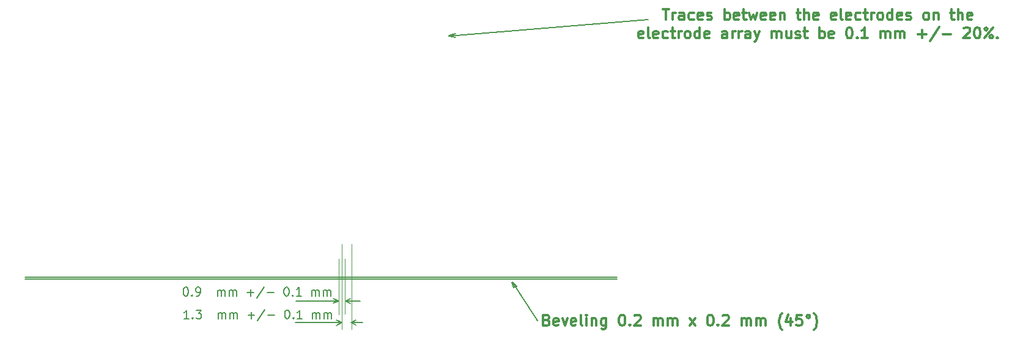
<source format=gbr>
G04 #@! TF.GenerationSoftware,KiCad,Pcbnew,5.1.5+dfsg1-2build2*
G04 #@! TF.CreationDate,2021-10-18T18:16:56+02:00*
G04 #@! TF.ProjectId,DIMMCartridgeV4,44494d4d-4361-4727-9472-696467655634,rev?*
G04 #@! TF.SameCoordinates,Original*
G04 #@! TF.FileFunction,OtherDrawing,Comment*
%FSLAX46Y46*%
G04 Gerber Fmt 4.6, Leading zero omitted, Abs format (unit mm)*
G04 Created by KiCad (PCBNEW 5.1.5+dfsg1-2build2) date 2021-10-18 18:16:56*
%MOMM*%
%LPD*%
G04 APERTURE LIST*
%ADD10C,0.150000*%
%ADD11C,0.300000*%
%ADD12C,0.200000*%
%ADD13C,0.100000*%
G04 APERTURE END LIST*
D10*
X117730000Y-99395000D02*
X118640000Y-99585000D01*
X117720000Y-99385000D02*
X118590000Y-99065000D01*
X117720000Y-99405000D02*
X145260000Y-97135000D01*
D11*
X147329999Y-95678571D02*
X148187142Y-95678571D01*
X147758571Y-97178571D02*
X147758571Y-95678571D01*
X148687142Y-97178571D02*
X148687142Y-96178571D01*
X148687142Y-96464285D02*
X148758571Y-96321428D01*
X148829999Y-96250000D01*
X148972857Y-96178571D01*
X149115714Y-96178571D01*
X150258571Y-97178571D02*
X150258571Y-96392857D01*
X150187142Y-96250000D01*
X150044285Y-96178571D01*
X149758571Y-96178571D01*
X149615714Y-96250000D01*
X150258571Y-97107142D02*
X150115714Y-97178571D01*
X149758571Y-97178571D01*
X149615714Y-97107142D01*
X149544285Y-96964285D01*
X149544285Y-96821428D01*
X149615714Y-96678571D01*
X149758571Y-96607142D01*
X150115714Y-96607142D01*
X150258571Y-96535714D01*
X151615714Y-97107142D02*
X151472857Y-97178571D01*
X151187142Y-97178571D01*
X151044285Y-97107142D01*
X150972857Y-97035714D01*
X150901428Y-96892857D01*
X150901428Y-96464285D01*
X150972857Y-96321428D01*
X151044285Y-96250000D01*
X151187142Y-96178571D01*
X151472857Y-96178571D01*
X151615714Y-96250000D01*
X152829999Y-97107142D02*
X152687142Y-97178571D01*
X152401428Y-97178571D01*
X152258571Y-97107142D01*
X152187142Y-96964285D01*
X152187142Y-96392857D01*
X152258571Y-96250000D01*
X152401428Y-96178571D01*
X152687142Y-96178571D01*
X152829999Y-96250000D01*
X152901428Y-96392857D01*
X152901428Y-96535714D01*
X152187142Y-96678571D01*
X153472857Y-97107142D02*
X153615714Y-97178571D01*
X153901428Y-97178571D01*
X154044285Y-97107142D01*
X154115714Y-96964285D01*
X154115714Y-96892857D01*
X154044285Y-96750000D01*
X153901428Y-96678571D01*
X153687142Y-96678571D01*
X153544285Y-96607142D01*
X153472857Y-96464285D01*
X153472857Y-96392857D01*
X153544285Y-96250000D01*
X153687142Y-96178571D01*
X153901428Y-96178571D01*
X154044285Y-96250000D01*
X155901428Y-97178571D02*
X155901428Y-95678571D01*
X155901428Y-96250000D02*
X156044285Y-96178571D01*
X156329999Y-96178571D01*
X156472857Y-96250000D01*
X156544285Y-96321428D01*
X156615714Y-96464285D01*
X156615714Y-96892857D01*
X156544285Y-97035714D01*
X156472857Y-97107142D01*
X156329999Y-97178571D01*
X156044285Y-97178571D01*
X155901428Y-97107142D01*
X157829999Y-97107142D02*
X157687142Y-97178571D01*
X157401428Y-97178571D01*
X157258571Y-97107142D01*
X157187142Y-96964285D01*
X157187142Y-96392857D01*
X157258571Y-96250000D01*
X157401428Y-96178571D01*
X157687142Y-96178571D01*
X157829999Y-96250000D01*
X157901428Y-96392857D01*
X157901428Y-96535714D01*
X157187142Y-96678571D01*
X158329999Y-96178571D02*
X158901428Y-96178571D01*
X158544285Y-95678571D02*
X158544285Y-96964285D01*
X158615714Y-97107142D01*
X158758571Y-97178571D01*
X158901428Y-97178571D01*
X159258571Y-96178571D02*
X159544285Y-97178571D01*
X159829999Y-96464285D01*
X160115714Y-97178571D01*
X160401428Y-96178571D01*
X161544285Y-97107142D02*
X161401428Y-97178571D01*
X161115714Y-97178571D01*
X160972857Y-97107142D01*
X160901428Y-96964285D01*
X160901428Y-96392857D01*
X160972857Y-96250000D01*
X161115714Y-96178571D01*
X161401428Y-96178571D01*
X161544285Y-96250000D01*
X161615714Y-96392857D01*
X161615714Y-96535714D01*
X160901428Y-96678571D01*
X162829999Y-97107142D02*
X162687142Y-97178571D01*
X162401428Y-97178571D01*
X162258571Y-97107142D01*
X162187142Y-96964285D01*
X162187142Y-96392857D01*
X162258571Y-96250000D01*
X162401428Y-96178571D01*
X162687142Y-96178571D01*
X162829999Y-96250000D01*
X162901428Y-96392857D01*
X162901428Y-96535714D01*
X162187142Y-96678571D01*
X163544285Y-96178571D02*
X163544285Y-97178571D01*
X163544285Y-96321428D02*
X163615714Y-96250000D01*
X163758571Y-96178571D01*
X163972857Y-96178571D01*
X164115714Y-96250000D01*
X164187142Y-96392857D01*
X164187142Y-97178571D01*
X165829999Y-96178571D02*
X166401428Y-96178571D01*
X166044285Y-95678571D02*
X166044285Y-96964285D01*
X166115714Y-97107142D01*
X166258571Y-97178571D01*
X166401428Y-97178571D01*
X166901428Y-97178571D02*
X166901428Y-95678571D01*
X167544285Y-97178571D02*
X167544285Y-96392857D01*
X167472857Y-96250000D01*
X167329999Y-96178571D01*
X167115714Y-96178571D01*
X166972857Y-96250000D01*
X166901428Y-96321428D01*
X168829999Y-97107142D02*
X168687142Y-97178571D01*
X168401428Y-97178571D01*
X168258571Y-97107142D01*
X168187142Y-96964285D01*
X168187142Y-96392857D01*
X168258571Y-96250000D01*
X168401428Y-96178571D01*
X168687142Y-96178571D01*
X168829999Y-96250000D01*
X168901428Y-96392857D01*
X168901428Y-96535714D01*
X168187142Y-96678571D01*
X171258571Y-97107142D02*
X171115714Y-97178571D01*
X170829999Y-97178571D01*
X170687142Y-97107142D01*
X170615714Y-96964285D01*
X170615714Y-96392857D01*
X170687142Y-96250000D01*
X170829999Y-96178571D01*
X171115714Y-96178571D01*
X171258571Y-96250000D01*
X171329999Y-96392857D01*
X171329999Y-96535714D01*
X170615714Y-96678571D01*
X172187142Y-97178571D02*
X172044285Y-97107142D01*
X171972857Y-96964285D01*
X171972857Y-95678571D01*
X173329999Y-97107142D02*
X173187142Y-97178571D01*
X172901428Y-97178571D01*
X172758571Y-97107142D01*
X172687142Y-96964285D01*
X172687142Y-96392857D01*
X172758571Y-96250000D01*
X172901428Y-96178571D01*
X173187142Y-96178571D01*
X173329999Y-96250000D01*
X173401428Y-96392857D01*
X173401428Y-96535714D01*
X172687142Y-96678571D01*
X174687142Y-97107142D02*
X174544285Y-97178571D01*
X174258571Y-97178571D01*
X174115714Y-97107142D01*
X174044285Y-97035714D01*
X173972857Y-96892857D01*
X173972857Y-96464285D01*
X174044285Y-96321428D01*
X174115714Y-96250000D01*
X174258571Y-96178571D01*
X174544285Y-96178571D01*
X174687142Y-96250000D01*
X175115714Y-96178571D02*
X175687142Y-96178571D01*
X175330000Y-95678571D02*
X175330000Y-96964285D01*
X175401428Y-97107142D01*
X175544285Y-97178571D01*
X175687142Y-97178571D01*
X176187142Y-97178571D02*
X176187142Y-96178571D01*
X176187142Y-96464285D02*
X176258571Y-96321428D01*
X176330000Y-96250000D01*
X176472857Y-96178571D01*
X176615714Y-96178571D01*
X177330000Y-97178571D02*
X177187142Y-97107142D01*
X177115714Y-97035714D01*
X177044285Y-96892857D01*
X177044285Y-96464285D01*
X177115714Y-96321428D01*
X177187142Y-96250000D01*
X177330000Y-96178571D01*
X177544285Y-96178571D01*
X177687142Y-96250000D01*
X177758571Y-96321428D01*
X177830000Y-96464285D01*
X177830000Y-96892857D01*
X177758571Y-97035714D01*
X177687142Y-97107142D01*
X177544285Y-97178571D01*
X177330000Y-97178571D01*
X179115714Y-97178571D02*
X179115714Y-95678571D01*
X179115714Y-97107142D02*
X178972857Y-97178571D01*
X178687142Y-97178571D01*
X178544285Y-97107142D01*
X178472857Y-97035714D01*
X178401428Y-96892857D01*
X178401428Y-96464285D01*
X178472857Y-96321428D01*
X178544285Y-96250000D01*
X178687142Y-96178571D01*
X178972857Y-96178571D01*
X179115714Y-96250000D01*
X180401428Y-97107142D02*
X180258571Y-97178571D01*
X179972857Y-97178571D01*
X179830000Y-97107142D01*
X179758571Y-96964285D01*
X179758571Y-96392857D01*
X179830000Y-96250000D01*
X179972857Y-96178571D01*
X180258571Y-96178571D01*
X180401428Y-96250000D01*
X180472857Y-96392857D01*
X180472857Y-96535714D01*
X179758571Y-96678571D01*
X181044285Y-97107142D02*
X181187142Y-97178571D01*
X181472857Y-97178571D01*
X181615714Y-97107142D01*
X181687142Y-96964285D01*
X181687142Y-96892857D01*
X181615714Y-96750000D01*
X181472857Y-96678571D01*
X181258571Y-96678571D01*
X181115714Y-96607142D01*
X181044285Y-96464285D01*
X181044285Y-96392857D01*
X181115714Y-96250000D01*
X181258571Y-96178571D01*
X181472857Y-96178571D01*
X181615714Y-96250000D01*
X183687142Y-97178571D02*
X183544285Y-97107142D01*
X183472857Y-97035714D01*
X183401428Y-96892857D01*
X183401428Y-96464285D01*
X183472857Y-96321428D01*
X183544285Y-96250000D01*
X183687142Y-96178571D01*
X183901428Y-96178571D01*
X184044285Y-96250000D01*
X184115714Y-96321428D01*
X184187142Y-96464285D01*
X184187142Y-96892857D01*
X184115714Y-97035714D01*
X184044285Y-97107142D01*
X183901428Y-97178571D01*
X183687142Y-97178571D01*
X184830000Y-96178571D02*
X184830000Y-97178571D01*
X184830000Y-96321428D02*
X184901428Y-96250000D01*
X185044285Y-96178571D01*
X185258571Y-96178571D01*
X185401428Y-96250000D01*
X185472857Y-96392857D01*
X185472857Y-97178571D01*
X187115714Y-96178571D02*
X187687142Y-96178571D01*
X187330000Y-95678571D02*
X187330000Y-96964285D01*
X187401428Y-97107142D01*
X187544285Y-97178571D01*
X187687142Y-97178571D01*
X188187142Y-97178571D02*
X188187142Y-95678571D01*
X188830000Y-97178571D02*
X188830000Y-96392857D01*
X188758571Y-96250000D01*
X188615714Y-96178571D01*
X188401428Y-96178571D01*
X188258571Y-96250000D01*
X188187142Y-96321428D01*
X190115714Y-97107142D02*
X189972857Y-97178571D01*
X189687142Y-97178571D01*
X189544285Y-97107142D01*
X189472857Y-96964285D01*
X189472857Y-96392857D01*
X189544285Y-96250000D01*
X189687142Y-96178571D01*
X189972857Y-96178571D01*
X190115714Y-96250000D01*
X190187142Y-96392857D01*
X190187142Y-96535714D01*
X189472857Y-96678571D01*
X144580000Y-99657142D02*
X144437142Y-99728571D01*
X144151428Y-99728571D01*
X144008571Y-99657142D01*
X143937142Y-99514285D01*
X143937142Y-98942857D01*
X144008571Y-98800000D01*
X144151428Y-98728571D01*
X144437142Y-98728571D01*
X144580000Y-98800000D01*
X144651428Y-98942857D01*
X144651428Y-99085714D01*
X143937142Y-99228571D01*
X145508571Y-99728571D02*
X145365714Y-99657142D01*
X145294285Y-99514285D01*
X145294285Y-98228571D01*
X146651428Y-99657142D02*
X146508571Y-99728571D01*
X146222857Y-99728571D01*
X146080000Y-99657142D01*
X146008571Y-99514285D01*
X146008571Y-98942857D01*
X146080000Y-98800000D01*
X146222857Y-98728571D01*
X146508571Y-98728571D01*
X146651428Y-98800000D01*
X146722857Y-98942857D01*
X146722857Y-99085714D01*
X146008571Y-99228571D01*
X148008571Y-99657142D02*
X147865714Y-99728571D01*
X147580000Y-99728571D01*
X147437142Y-99657142D01*
X147365714Y-99585714D01*
X147294285Y-99442857D01*
X147294285Y-99014285D01*
X147365714Y-98871428D01*
X147437142Y-98800000D01*
X147580000Y-98728571D01*
X147865714Y-98728571D01*
X148008571Y-98800000D01*
X148437142Y-98728571D02*
X149008571Y-98728571D01*
X148651428Y-98228571D02*
X148651428Y-99514285D01*
X148722857Y-99657142D01*
X148865714Y-99728571D01*
X149008571Y-99728571D01*
X149508571Y-99728571D02*
X149508571Y-98728571D01*
X149508571Y-99014285D02*
X149580000Y-98871428D01*
X149651428Y-98800000D01*
X149794285Y-98728571D01*
X149937142Y-98728571D01*
X150651428Y-99728571D02*
X150508571Y-99657142D01*
X150437142Y-99585714D01*
X150365714Y-99442857D01*
X150365714Y-99014285D01*
X150437142Y-98871428D01*
X150508571Y-98800000D01*
X150651428Y-98728571D01*
X150865714Y-98728571D01*
X151008571Y-98800000D01*
X151080000Y-98871428D01*
X151151428Y-99014285D01*
X151151428Y-99442857D01*
X151080000Y-99585714D01*
X151008571Y-99657142D01*
X150865714Y-99728571D01*
X150651428Y-99728571D01*
X152437142Y-99728571D02*
X152437142Y-98228571D01*
X152437142Y-99657142D02*
X152294285Y-99728571D01*
X152008571Y-99728571D01*
X151865714Y-99657142D01*
X151794285Y-99585714D01*
X151722857Y-99442857D01*
X151722857Y-99014285D01*
X151794285Y-98871428D01*
X151865714Y-98800000D01*
X152008571Y-98728571D01*
X152294285Y-98728571D01*
X152437142Y-98800000D01*
X153722857Y-99657142D02*
X153580000Y-99728571D01*
X153294285Y-99728571D01*
X153151428Y-99657142D01*
X153080000Y-99514285D01*
X153080000Y-98942857D01*
X153151428Y-98800000D01*
X153294285Y-98728571D01*
X153580000Y-98728571D01*
X153722857Y-98800000D01*
X153794285Y-98942857D01*
X153794285Y-99085714D01*
X153080000Y-99228571D01*
X156222857Y-99728571D02*
X156222857Y-98942857D01*
X156151428Y-98800000D01*
X156008571Y-98728571D01*
X155722857Y-98728571D01*
X155580000Y-98800000D01*
X156222857Y-99657142D02*
X156080000Y-99728571D01*
X155722857Y-99728571D01*
X155580000Y-99657142D01*
X155508571Y-99514285D01*
X155508571Y-99371428D01*
X155580000Y-99228571D01*
X155722857Y-99157142D01*
X156080000Y-99157142D01*
X156222857Y-99085714D01*
X156937142Y-99728571D02*
X156937142Y-98728571D01*
X156937142Y-99014285D02*
X157008571Y-98871428D01*
X157080000Y-98800000D01*
X157222857Y-98728571D01*
X157365714Y-98728571D01*
X157865714Y-99728571D02*
X157865714Y-98728571D01*
X157865714Y-99014285D02*
X157937142Y-98871428D01*
X158008571Y-98800000D01*
X158151428Y-98728571D01*
X158294285Y-98728571D01*
X159437142Y-99728571D02*
X159437142Y-98942857D01*
X159365714Y-98800000D01*
X159222857Y-98728571D01*
X158937142Y-98728571D01*
X158794285Y-98800000D01*
X159437142Y-99657142D02*
X159294285Y-99728571D01*
X158937142Y-99728571D01*
X158794285Y-99657142D01*
X158722857Y-99514285D01*
X158722857Y-99371428D01*
X158794285Y-99228571D01*
X158937142Y-99157142D01*
X159294285Y-99157142D01*
X159437142Y-99085714D01*
X160008571Y-98728571D02*
X160365714Y-99728571D01*
X160722857Y-98728571D02*
X160365714Y-99728571D01*
X160222857Y-100085714D01*
X160151428Y-100157142D01*
X160008571Y-100228571D01*
X162437142Y-99728571D02*
X162437142Y-98728571D01*
X162437142Y-98871428D02*
X162508571Y-98800000D01*
X162651428Y-98728571D01*
X162865714Y-98728571D01*
X163008571Y-98800000D01*
X163080000Y-98942857D01*
X163080000Y-99728571D01*
X163080000Y-98942857D02*
X163151428Y-98800000D01*
X163294285Y-98728571D01*
X163508571Y-98728571D01*
X163651428Y-98800000D01*
X163722857Y-98942857D01*
X163722857Y-99728571D01*
X165080000Y-98728571D02*
X165080000Y-99728571D01*
X164437142Y-98728571D02*
X164437142Y-99514285D01*
X164508571Y-99657142D01*
X164651428Y-99728571D01*
X164865714Y-99728571D01*
X165008571Y-99657142D01*
X165080000Y-99585714D01*
X165722857Y-99657142D02*
X165865714Y-99728571D01*
X166151428Y-99728571D01*
X166294285Y-99657142D01*
X166365714Y-99514285D01*
X166365714Y-99442857D01*
X166294285Y-99300000D01*
X166151428Y-99228571D01*
X165937142Y-99228571D01*
X165794285Y-99157142D01*
X165722857Y-99014285D01*
X165722857Y-98942857D01*
X165794285Y-98800000D01*
X165937142Y-98728571D01*
X166151428Y-98728571D01*
X166294285Y-98800000D01*
X166794285Y-98728571D02*
X167365714Y-98728571D01*
X167008571Y-98228571D02*
X167008571Y-99514285D01*
X167080000Y-99657142D01*
X167222857Y-99728571D01*
X167365714Y-99728571D01*
X169008571Y-99728571D02*
X169008571Y-98228571D01*
X169008571Y-98800000D02*
X169151428Y-98728571D01*
X169437142Y-98728571D01*
X169580000Y-98800000D01*
X169651428Y-98871428D01*
X169722857Y-99014285D01*
X169722857Y-99442857D01*
X169651428Y-99585714D01*
X169580000Y-99657142D01*
X169437142Y-99728571D01*
X169151428Y-99728571D01*
X169008571Y-99657142D01*
X170937142Y-99657142D02*
X170794285Y-99728571D01*
X170508571Y-99728571D01*
X170365714Y-99657142D01*
X170294285Y-99514285D01*
X170294285Y-98942857D01*
X170365714Y-98800000D01*
X170508571Y-98728571D01*
X170794285Y-98728571D01*
X170937142Y-98800000D01*
X171008571Y-98942857D01*
X171008571Y-99085714D01*
X170294285Y-99228571D01*
X173080000Y-98228571D02*
X173222857Y-98228571D01*
X173365714Y-98300000D01*
X173437142Y-98371428D01*
X173508571Y-98514285D01*
X173580000Y-98800000D01*
X173580000Y-99157142D01*
X173508571Y-99442857D01*
X173437142Y-99585714D01*
X173365714Y-99657142D01*
X173222857Y-99728571D01*
X173080000Y-99728571D01*
X172937142Y-99657142D01*
X172865714Y-99585714D01*
X172794285Y-99442857D01*
X172722857Y-99157142D01*
X172722857Y-98800000D01*
X172794285Y-98514285D01*
X172865714Y-98371428D01*
X172937142Y-98300000D01*
X173080000Y-98228571D01*
X174222857Y-99585714D02*
X174294285Y-99657142D01*
X174222857Y-99728571D01*
X174151428Y-99657142D01*
X174222857Y-99585714D01*
X174222857Y-99728571D01*
X175722857Y-99728571D02*
X174865714Y-99728571D01*
X175294285Y-99728571D02*
X175294285Y-98228571D01*
X175151428Y-98442857D01*
X175008571Y-98585714D01*
X174865714Y-98657142D01*
X177508571Y-99728571D02*
X177508571Y-98728571D01*
X177508571Y-98871428D02*
X177580000Y-98800000D01*
X177722857Y-98728571D01*
X177937142Y-98728571D01*
X178080000Y-98800000D01*
X178151428Y-98942857D01*
X178151428Y-99728571D01*
X178151428Y-98942857D02*
X178222857Y-98800000D01*
X178365714Y-98728571D01*
X178580000Y-98728571D01*
X178722857Y-98800000D01*
X178794285Y-98942857D01*
X178794285Y-99728571D01*
X179508571Y-99728571D02*
X179508571Y-98728571D01*
X179508571Y-98871428D02*
X179580000Y-98800000D01*
X179722857Y-98728571D01*
X179937142Y-98728571D01*
X180080000Y-98800000D01*
X180151428Y-98942857D01*
X180151428Y-99728571D01*
X180151428Y-98942857D02*
X180222857Y-98800000D01*
X180365714Y-98728571D01*
X180580000Y-98728571D01*
X180722857Y-98800000D01*
X180794285Y-98942857D01*
X180794285Y-99728571D01*
X182651428Y-99157142D02*
X183794285Y-99157142D01*
X183222857Y-99728571D02*
X183222857Y-98585714D01*
X185580000Y-98157142D02*
X184294285Y-100085714D01*
X186080000Y-99157142D02*
X187222857Y-99157142D01*
X189008571Y-98371428D02*
X189080000Y-98300000D01*
X189222857Y-98228571D01*
X189580000Y-98228571D01*
X189722857Y-98300000D01*
X189794285Y-98371428D01*
X189865714Y-98514285D01*
X189865714Y-98657142D01*
X189794285Y-98871428D01*
X188937142Y-99728571D01*
X189865714Y-99728571D01*
X190794285Y-98228571D02*
X190937142Y-98228571D01*
X191080000Y-98300000D01*
X191151428Y-98371428D01*
X191222857Y-98514285D01*
X191294285Y-98800000D01*
X191294285Y-99157142D01*
X191222857Y-99442857D01*
X191151428Y-99585714D01*
X191080000Y-99657142D01*
X190937142Y-99728571D01*
X190794285Y-99728571D01*
X190651428Y-99657142D01*
X190580000Y-99585714D01*
X190508571Y-99442857D01*
X190437142Y-99157142D01*
X190437142Y-98800000D01*
X190508571Y-98514285D01*
X190580000Y-98371428D01*
X190651428Y-98300000D01*
X190794285Y-98228571D01*
X191865714Y-99728571D02*
X193008571Y-98228571D01*
X192080000Y-98228571D02*
X192222857Y-98300000D01*
X192294285Y-98442857D01*
X192222857Y-98585714D01*
X192080000Y-98657142D01*
X191937142Y-98585714D01*
X191865714Y-98442857D01*
X191937142Y-98300000D01*
X192080000Y-98228571D01*
X192937142Y-99657142D02*
X193008571Y-99514285D01*
X192937142Y-99371428D01*
X192794285Y-99300000D01*
X192651428Y-99371428D01*
X192580000Y-99514285D01*
X192651428Y-99657142D01*
X192794285Y-99728571D01*
X192937142Y-99657142D01*
X193651428Y-99585714D02*
X193722857Y-99657142D01*
X193651428Y-99728571D01*
X193580000Y-99657142D01*
X193651428Y-99585714D01*
X193651428Y-99728571D01*
D12*
X81217142Y-134177857D02*
X81331428Y-134177857D01*
X81445714Y-134235000D01*
X81502857Y-134292142D01*
X81560000Y-134406428D01*
X81617142Y-134635000D01*
X81617142Y-134920714D01*
X81560000Y-135149285D01*
X81502857Y-135263571D01*
X81445714Y-135320714D01*
X81331428Y-135377857D01*
X81217142Y-135377857D01*
X81102857Y-135320714D01*
X81045714Y-135263571D01*
X80988571Y-135149285D01*
X80931428Y-134920714D01*
X80931428Y-134635000D01*
X80988571Y-134406428D01*
X81045714Y-134292142D01*
X81102857Y-134235000D01*
X81217142Y-134177857D01*
X82131428Y-135263571D02*
X82188571Y-135320714D01*
X82131428Y-135377857D01*
X82074285Y-135320714D01*
X82131428Y-135263571D01*
X82131428Y-135377857D01*
X82760000Y-135377857D02*
X82988571Y-135377857D01*
X83102857Y-135320714D01*
X83160000Y-135263571D01*
X83274285Y-135092142D01*
X83331428Y-134863571D01*
X83331428Y-134406428D01*
X83274285Y-134292142D01*
X83217142Y-134235000D01*
X83102857Y-134177857D01*
X82874285Y-134177857D01*
X82760000Y-134235000D01*
X82702857Y-134292142D01*
X82645714Y-134406428D01*
X82645714Y-134692142D01*
X82702857Y-134806428D01*
X82760000Y-134863571D01*
X82874285Y-134920714D01*
X83102857Y-134920714D01*
X83217142Y-134863571D01*
X83274285Y-134806428D01*
X83331428Y-134692142D01*
X85674285Y-135377857D02*
X85674285Y-134577857D01*
X85674285Y-134692142D02*
X85731428Y-134635000D01*
X85845714Y-134577857D01*
X86017142Y-134577857D01*
X86131428Y-134635000D01*
X86188571Y-134749285D01*
X86188571Y-135377857D01*
X86188571Y-134749285D02*
X86245714Y-134635000D01*
X86360000Y-134577857D01*
X86531428Y-134577857D01*
X86645714Y-134635000D01*
X86702857Y-134749285D01*
X86702857Y-135377857D01*
X87274285Y-135377857D02*
X87274285Y-134577857D01*
X87274285Y-134692142D02*
X87331428Y-134635000D01*
X87445714Y-134577857D01*
X87617142Y-134577857D01*
X87731428Y-134635000D01*
X87788571Y-134749285D01*
X87788571Y-135377857D01*
X87788571Y-134749285D02*
X87845714Y-134635000D01*
X87960000Y-134577857D01*
X88131428Y-134577857D01*
X88245714Y-134635000D01*
X88302857Y-134749285D01*
X88302857Y-135377857D01*
X89788571Y-134920714D02*
X90702857Y-134920714D01*
X90245714Y-135377857D02*
X90245714Y-134463571D01*
X92131428Y-134120714D02*
X91102857Y-135663571D01*
X92531428Y-134920714D02*
X93445714Y-134920714D01*
X95160000Y-134177857D02*
X95274285Y-134177857D01*
X95388571Y-134235000D01*
X95445714Y-134292142D01*
X95502857Y-134406428D01*
X95560000Y-134635000D01*
X95560000Y-134920714D01*
X95502857Y-135149285D01*
X95445714Y-135263571D01*
X95388571Y-135320714D01*
X95274285Y-135377857D01*
X95160000Y-135377857D01*
X95045714Y-135320714D01*
X94988571Y-135263571D01*
X94931428Y-135149285D01*
X94874285Y-134920714D01*
X94874285Y-134635000D01*
X94931428Y-134406428D01*
X94988571Y-134292142D01*
X95045714Y-134235000D01*
X95160000Y-134177857D01*
X96074285Y-135263571D02*
X96131428Y-135320714D01*
X96074285Y-135377857D01*
X96017142Y-135320714D01*
X96074285Y-135263571D01*
X96074285Y-135377857D01*
X97274285Y-135377857D02*
X96588571Y-135377857D01*
X96931428Y-135377857D02*
X96931428Y-134177857D01*
X96817142Y-134349285D01*
X96702857Y-134463571D01*
X96588571Y-134520714D01*
X98702857Y-135377857D02*
X98702857Y-134577857D01*
X98702857Y-134692142D02*
X98760000Y-134635000D01*
X98874285Y-134577857D01*
X99045714Y-134577857D01*
X99160000Y-134635000D01*
X99217142Y-134749285D01*
X99217142Y-135377857D01*
X99217142Y-134749285D02*
X99274285Y-134635000D01*
X99388571Y-134577857D01*
X99560000Y-134577857D01*
X99674285Y-134635000D01*
X99731428Y-134749285D01*
X99731428Y-135377857D01*
X100302857Y-135377857D02*
X100302857Y-134577857D01*
X100302857Y-134692142D02*
X100360000Y-134635000D01*
X100474285Y-134577857D01*
X100645714Y-134577857D01*
X100760000Y-134635000D01*
X100817142Y-134749285D01*
X100817142Y-135377857D01*
X100817142Y-134749285D02*
X100874285Y-134635000D01*
X100988571Y-134577857D01*
X101160000Y-134577857D01*
X101274285Y-134635000D01*
X101331428Y-134749285D01*
X101331428Y-135377857D01*
X81717142Y-138527857D02*
X81031428Y-138527857D01*
X81374285Y-138527857D02*
X81374285Y-137327857D01*
X81260000Y-137499285D01*
X81145714Y-137613571D01*
X81031428Y-137670714D01*
X82231428Y-138413571D02*
X82288571Y-138470714D01*
X82231428Y-138527857D01*
X82174285Y-138470714D01*
X82231428Y-138413571D01*
X82231428Y-138527857D01*
X82688571Y-137327857D02*
X83431428Y-137327857D01*
X83031428Y-137785000D01*
X83202857Y-137785000D01*
X83317142Y-137842142D01*
X83374285Y-137899285D01*
X83431428Y-138013571D01*
X83431428Y-138299285D01*
X83374285Y-138413571D01*
X83317142Y-138470714D01*
X83202857Y-138527857D01*
X82860000Y-138527857D01*
X82745714Y-138470714D01*
X82688571Y-138413571D01*
X85774285Y-138527857D02*
X85774285Y-137727857D01*
X85774285Y-137842142D02*
X85831428Y-137785000D01*
X85945714Y-137727857D01*
X86117142Y-137727857D01*
X86231428Y-137785000D01*
X86288571Y-137899285D01*
X86288571Y-138527857D01*
X86288571Y-137899285D02*
X86345714Y-137785000D01*
X86460000Y-137727857D01*
X86631428Y-137727857D01*
X86745714Y-137785000D01*
X86802857Y-137899285D01*
X86802857Y-138527857D01*
X87374285Y-138527857D02*
X87374285Y-137727857D01*
X87374285Y-137842142D02*
X87431428Y-137785000D01*
X87545714Y-137727857D01*
X87717142Y-137727857D01*
X87831428Y-137785000D01*
X87888571Y-137899285D01*
X87888571Y-138527857D01*
X87888571Y-137899285D02*
X87945714Y-137785000D01*
X88060000Y-137727857D01*
X88231428Y-137727857D01*
X88345714Y-137785000D01*
X88402857Y-137899285D01*
X88402857Y-138527857D01*
X89888571Y-138070714D02*
X90802857Y-138070714D01*
X90345714Y-138527857D02*
X90345714Y-137613571D01*
X92231428Y-137270714D02*
X91202857Y-138813571D01*
X92631428Y-138070714D02*
X93545714Y-138070714D01*
X95260000Y-137327857D02*
X95374285Y-137327857D01*
X95488571Y-137385000D01*
X95545714Y-137442142D01*
X95602857Y-137556428D01*
X95660000Y-137785000D01*
X95660000Y-138070714D01*
X95602857Y-138299285D01*
X95545714Y-138413571D01*
X95488571Y-138470714D01*
X95374285Y-138527857D01*
X95260000Y-138527857D01*
X95145714Y-138470714D01*
X95088571Y-138413571D01*
X95031428Y-138299285D01*
X94974285Y-138070714D01*
X94974285Y-137785000D01*
X95031428Y-137556428D01*
X95088571Y-137442142D01*
X95145714Y-137385000D01*
X95260000Y-137327857D01*
X96174285Y-138413571D02*
X96231428Y-138470714D01*
X96174285Y-138527857D01*
X96117142Y-138470714D01*
X96174285Y-138413571D01*
X96174285Y-138527857D01*
X97374285Y-138527857D02*
X96688571Y-138527857D01*
X97031428Y-138527857D02*
X97031428Y-137327857D01*
X96917142Y-137499285D01*
X96802857Y-137613571D01*
X96688571Y-137670714D01*
X98802857Y-138527857D02*
X98802857Y-137727857D01*
X98802857Y-137842142D02*
X98860000Y-137785000D01*
X98974285Y-137727857D01*
X99145714Y-137727857D01*
X99260000Y-137785000D01*
X99317142Y-137899285D01*
X99317142Y-138527857D01*
X99317142Y-137899285D02*
X99374285Y-137785000D01*
X99488571Y-137727857D01*
X99660000Y-137727857D01*
X99774285Y-137785000D01*
X99831428Y-137899285D01*
X99831428Y-138527857D01*
X100402857Y-138527857D02*
X100402857Y-137727857D01*
X100402857Y-137842142D02*
X100460000Y-137785000D01*
X100574285Y-137727857D01*
X100745714Y-137727857D01*
X100860000Y-137785000D01*
X100917142Y-137899285D01*
X100917142Y-138527857D01*
X100917142Y-137899285D02*
X100974285Y-137785000D01*
X101088571Y-137727857D01*
X101260000Y-137727857D01*
X101374285Y-137785000D01*
X101431428Y-137899285D01*
X101431428Y-138527857D01*
D10*
X104180000Y-139095000D02*
X104860000Y-139435000D01*
X104190000Y-139085000D02*
X104830000Y-138755000D01*
X104180000Y-139095000D02*
X105780000Y-139095000D01*
X102870000Y-139095000D02*
X102080000Y-139445000D01*
X102880000Y-139075000D02*
X102080000Y-138725000D01*
X102870000Y-139095000D02*
X96410000Y-139095000D01*
X102440000Y-136085000D02*
X101680000Y-136345000D01*
X102440000Y-136055000D02*
X101680000Y-135785000D01*
X102390000Y-136055000D02*
X96540000Y-136055000D01*
X103360000Y-136055000D02*
X104060000Y-136405000D01*
X103360000Y-136065000D02*
X104040000Y-135795000D01*
X105430000Y-136065000D02*
X103360000Y-136065000D01*
D13*
X103339699Y-130225000D02*
X103339699Y-137900000D01*
X102448850Y-130225000D02*
X102448850Y-137915000D01*
X104194275Y-128235000D02*
X104194275Y-140000000D01*
X102894275Y-128235000D02*
X102894275Y-140000000D01*
D10*
X58996870Y-132815000D02*
X140983729Y-132815000D01*
X140983729Y-133015000D02*
X58996870Y-133035000D01*
X126660000Y-134225000D02*
X126420000Y-133485000D01*
X127120000Y-134045000D02*
X126660000Y-134225000D01*
X126460000Y-133485000D02*
X127120000Y-134045000D01*
X126480000Y-133495000D02*
X129940000Y-138845000D01*
D11*
X131255714Y-138717857D02*
X131470000Y-138789285D01*
X131541428Y-138860714D01*
X131612857Y-139003571D01*
X131612857Y-139217857D01*
X131541428Y-139360714D01*
X131470000Y-139432142D01*
X131327142Y-139503571D01*
X130755714Y-139503571D01*
X130755714Y-138003571D01*
X131255714Y-138003571D01*
X131398571Y-138075000D01*
X131470000Y-138146428D01*
X131541428Y-138289285D01*
X131541428Y-138432142D01*
X131470000Y-138575000D01*
X131398571Y-138646428D01*
X131255714Y-138717857D01*
X130755714Y-138717857D01*
X132827142Y-139432142D02*
X132684285Y-139503571D01*
X132398571Y-139503571D01*
X132255714Y-139432142D01*
X132184285Y-139289285D01*
X132184285Y-138717857D01*
X132255714Y-138575000D01*
X132398571Y-138503571D01*
X132684285Y-138503571D01*
X132827142Y-138575000D01*
X132898571Y-138717857D01*
X132898571Y-138860714D01*
X132184285Y-139003571D01*
X133398571Y-138503571D02*
X133755714Y-139503571D01*
X134112857Y-138503571D01*
X135255714Y-139432142D02*
X135112857Y-139503571D01*
X134827142Y-139503571D01*
X134684285Y-139432142D01*
X134612857Y-139289285D01*
X134612857Y-138717857D01*
X134684285Y-138575000D01*
X134827142Y-138503571D01*
X135112857Y-138503571D01*
X135255714Y-138575000D01*
X135327142Y-138717857D01*
X135327142Y-138860714D01*
X134612857Y-139003571D01*
X136184285Y-139503571D02*
X136041428Y-139432142D01*
X135970000Y-139289285D01*
X135970000Y-138003571D01*
X136755714Y-139503571D02*
X136755714Y-138503571D01*
X136755714Y-138003571D02*
X136684285Y-138075000D01*
X136755714Y-138146428D01*
X136827142Y-138075000D01*
X136755714Y-138003571D01*
X136755714Y-138146428D01*
X137470000Y-138503571D02*
X137470000Y-139503571D01*
X137470000Y-138646428D02*
X137541428Y-138575000D01*
X137684285Y-138503571D01*
X137898571Y-138503571D01*
X138041428Y-138575000D01*
X138112857Y-138717857D01*
X138112857Y-139503571D01*
X139470000Y-138503571D02*
X139470000Y-139717857D01*
X139398571Y-139860714D01*
X139327142Y-139932142D01*
X139184285Y-140003571D01*
X138970000Y-140003571D01*
X138827142Y-139932142D01*
X139470000Y-139432142D02*
X139327142Y-139503571D01*
X139041428Y-139503571D01*
X138898571Y-139432142D01*
X138827142Y-139360714D01*
X138755714Y-139217857D01*
X138755714Y-138789285D01*
X138827142Y-138646428D01*
X138898571Y-138575000D01*
X139041428Y-138503571D01*
X139327142Y-138503571D01*
X139470000Y-138575000D01*
X141612857Y-138003571D02*
X141755714Y-138003571D01*
X141898571Y-138075000D01*
X141970000Y-138146428D01*
X142041428Y-138289285D01*
X142112857Y-138575000D01*
X142112857Y-138932142D01*
X142041428Y-139217857D01*
X141970000Y-139360714D01*
X141898571Y-139432142D01*
X141755714Y-139503571D01*
X141612857Y-139503571D01*
X141470000Y-139432142D01*
X141398571Y-139360714D01*
X141327142Y-139217857D01*
X141255714Y-138932142D01*
X141255714Y-138575000D01*
X141327142Y-138289285D01*
X141398571Y-138146428D01*
X141470000Y-138075000D01*
X141612857Y-138003571D01*
X142755714Y-139360714D02*
X142827142Y-139432142D01*
X142755714Y-139503571D01*
X142684285Y-139432142D01*
X142755714Y-139360714D01*
X142755714Y-139503571D01*
X143398571Y-138146428D02*
X143470000Y-138075000D01*
X143612857Y-138003571D01*
X143970000Y-138003571D01*
X144112857Y-138075000D01*
X144184285Y-138146428D01*
X144255714Y-138289285D01*
X144255714Y-138432142D01*
X144184285Y-138646428D01*
X143327142Y-139503571D01*
X144255714Y-139503571D01*
X146041428Y-139503571D02*
X146041428Y-138503571D01*
X146041428Y-138646428D02*
X146112857Y-138575000D01*
X146255714Y-138503571D01*
X146470000Y-138503571D01*
X146612857Y-138575000D01*
X146684285Y-138717857D01*
X146684285Y-139503571D01*
X146684285Y-138717857D02*
X146755714Y-138575000D01*
X146898571Y-138503571D01*
X147112857Y-138503571D01*
X147255714Y-138575000D01*
X147327142Y-138717857D01*
X147327142Y-139503571D01*
X148041428Y-139503571D02*
X148041428Y-138503571D01*
X148041428Y-138646428D02*
X148112857Y-138575000D01*
X148255714Y-138503571D01*
X148470000Y-138503571D01*
X148612857Y-138575000D01*
X148684285Y-138717857D01*
X148684285Y-139503571D01*
X148684285Y-138717857D02*
X148755714Y-138575000D01*
X148898571Y-138503571D01*
X149112857Y-138503571D01*
X149255714Y-138575000D01*
X149327142Y-138717857D01*
X149327142Y-139503571D01*
X151041428Y-139503571D02*
X151827142Y-138503571D01*
X151041428Y-138503571D02*
X151827142Y-139503571D01*
X153827142Y-138003571D02*
X153970000Y-138003571D01*
X154112857Y-138075000D01*
X154184285Y-138146428D01*
X154255714Y-138289285D01*
X154327142Y-138575000D01*
X154327142Y-138932142D01*
X154255714Y-139217857D01*
X154184285Y-139360714D01*
X154112857Y-139432142D01*
X153970000Y-139503571D01*
X153827142Y-139503571D01*
X153684285Y-139432142D01*
X153612857Y-139360714D01*
X153541428Y-139217857D01*
X153470000Y-138932142D01*
X153470000Y-138575000D01*
X153541428Y-138289285D01*
X153612857Y-138146428D01*
X153684285Y-138075000D01*
X153827142Y-138003571D01*
X154970000Y-139360714D02*
X155041428Y-139432142D01*
X154970000Y-139503571D01*
X154898571Y-139432142D01*
X154970000Y-139360714D01*
X154970000Y-139503571D01*
X155612857Y-138146428D02*
X155684285Y-138075000D01*
X155827142Y-138003571D01*
X156184285Y-138003571D01*
X156327142Y-138075000D01*
X156398571Y-138146428D01*
X156470000Y-138289285D01*
X156470000Y-138432142D01*
X156398571Y-138646428D01*
X155541428Y-139503571D01*
X156470000Y-139503571D01*
X158255714Y-139503571D02*
X158255714Y-138503571D01*
X158255714Y-138646428D02*
X158327142Y-138575000D01*
X158470000Y-138503571D01*
X158684285Y-138503571D01*
X158827142Y-138575000D01*
X158898571Y-138717857D01*
X158898571Y-139503571D01*
X158898571Y-138717857D02*
X158970000Y-138575000D01*
X159112857Y-138503571D01*
X159327142Y-138503571D01*
X159470000Y-138575000D01*
X159541428Y-138717857D01*
X159541428Y-139503571D01*
X160255714Y-139503571D02*
X160255714Y-138503571D01*
X160255714Y-138646428D02*
X160327142Y-138575000D01*
X160470000Y-138503571D01*
X160684285Y-138503571D01*
X160827142Y-138575000D01*
X160898571Y-138717857D01*
X160898571Y-139503571D01*
X160898571Y-138717857D02*
X160970000Y-138575000D01*
X161112857Y-138503571D01*
X161327142Y-138503571D01*
X161470000Y-138575000D01*
X161541428Y-138717857D01*
X161541428Y-139503571D01*
X163827142Y-140075000D02*
X163755714Y-140003571D01*
X163612857Y-139789285D01*
X163541428Y-139646428D01*
X163470000Y-139432142D01*
X163398571Y-139075000D01*
X163398571Y-138789285D01*
X163470000Y-138432142D01*
X163541428Y-138217857D01*
X163612857Y-138075000D01*
X163755714Y-137860714D01*
X163827142Y-137789285D01*
X165041428Y-138503571D02*
X165041428Y-139503571D01*
X164684285Y-137932142D02*
X164327142Y-139003571D01*
X165255714Y-139003571D01*
X166541428Y-138003571D02*
X165827142Y-138003571D01*
X165755714Y-138717857D01*
X165827142Y-138646428D01*
X165970000Y-138575000D01*
X166327142Y-138575000D01*
X166470000Y-138646428D01*
X166541428Y-138717857D01*
X166612857Y-138860714D01*
X166612857Y-139217857D01*
X166541428Y-139360714D01*
X166470000Y-139432142D01*
X166327142Y-139503571D01*
X165970000Y-139503571D01*
X165827142Y-139432142D01*
X165755714Y-139360714D01*
X167470000Y-138003571D02*
X167327142Y-138075000D01*
X167255714Y-138217857D01*
X167327142Y-138360714D01*
X167470000Y-138432142D01*
X167612857Y-138360714D01*
X167684285Y-138217857D01*
X167612857Y-138075000D01*
X167470000Y-138003571D01*
X168255714Y-140075000D02*
X168327142Y-140003571D01*
X168470000Y-139789285D01*
X168541428Y-139646428D01*
X168612857Y-139432142D01*
X168684285Y-139075000D01*
X168684285Y-138789285D01*
X168612857Y-138432142D01*
X168541428Y-138217857D01*
X168470000Y-138075000D01*
X168327142Y-137860714D01*
X168255714Y-137789285D01*
M02*

</source>
